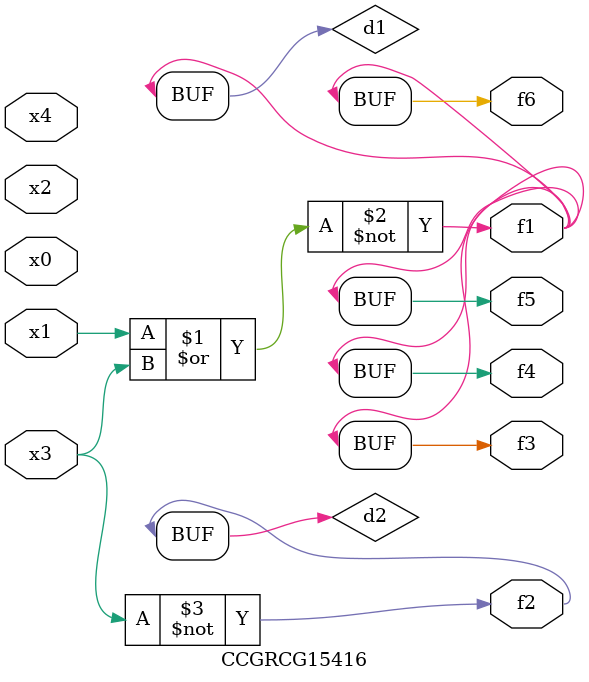
<source format=v>
module CCGRCG15416(
	input x0, x1, x2, x3, x4,
	output f1, f2, f3, f4, f5, f6
);

	wire d1, d2;

	nor (d1, x1, x3);
	not (d2, x3);
	assign f1 = d1;
	assign f2 = d2;
	assign f3 = d1;
	assign f4 = d1;
	assign f5 = d1;
	assign f6 = d1;
endmodule

</source>
